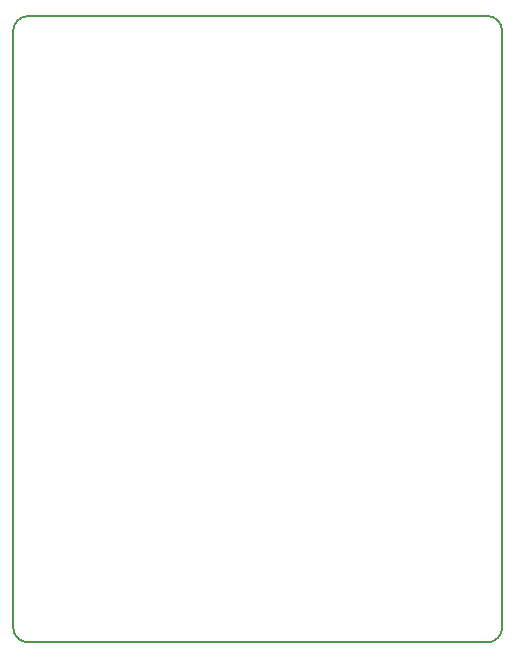
<source format=gm1>
G04 #@! TF.GenerationSoftware,KiCad,Pcbnew,(5.1.8)-1*
G04 #@! TF.CreationDate,2022-02-10T23:19:11+01:00*
G04 #@! TF.ProjectId,BulkyMIDI-32 Gameport,42756c6b-794d-4494-9449-2d3332204761,rev?*
G04 #@! TF.SameCoordinates,Original*
G04 #@! TF.FileFunction,Profile,NP*
%FSLAX46Y46*%
G04 Gerber Fmt 4.6, Leading zero omitted, Abs format (unit mm)*
G04 Created by KiCad (PCBNEW (5.1.8)-1) date 2022-02-10 23:19:11*
%MOMM*%
%LPD*%
G01*
G04 APERTURE LIST*
G04 #@! TA.AperFunction,Profile*
%ADD10C,0.150000*%
G04 #@! TD*
G04 APERTURE END LIST*
D10*
X98679000Y-120091200D02*
X137541000Y-120091200D01*
X97409000Y-118821200D02*
G75*
G03*
X98679000Y-120091200I1270000J0D01*
G01*
X137541000Y-120091200D02*
G75*
G03*
X138811000Y-118821200I0J1270000D01*
G01*
X97409000Y-118821200D02*
X97409000Y-68326000D01*
X138811000Y-118821200D02*
X138811000Y-68326000D01*
X137541000Y-67056000D02*
X98679000Y-67056000D01*
X98679000Y-67056000D02*
G75*
G03*
X97409000Y-68326000I0J-1270000D01*
G01*
X138811000Y-68326000D02*
G75*
G03*
X137541000Y-67056000I-1270000J0D01*
G01*
M02*

</source>
